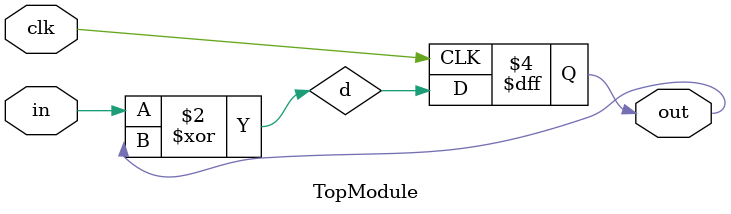
<source format=sv>
module TopModule (
    input logic clk,
    input logic in,
    output logic out
);

logic d;

always_comb begin
    // XOR operation
    d = in ^ out;
end

always_ff @(posedge clk) begin
    // State capture
    out <= d;
end

endmodule
</source>
